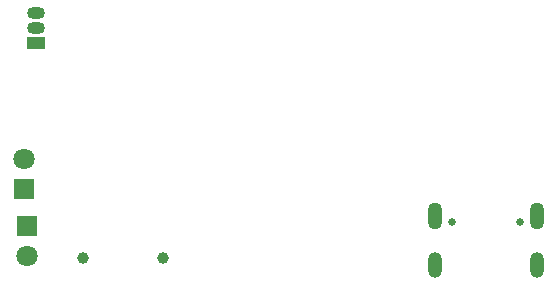
<source format=gbr>
%TF.GenerationSoftware,KiCad,Pcbnew,7.0.8*%
%TF.CreationDate,2023-10-04T18:10:58+08:00*%
%TF.ProjectId,Arsnic,4172736e-6963-42e6-9b69-6361645f7063,rev?*%
%TF.SameCoordinates,Original*%
%TF.FileFunction,Soldermask,Bot*%
%TF.FilePolarity,Negative*%
%FSLAX46Y46*%
G04 Gerber Fmt 4.6, Leading zero omitted, Abs format (unit mm)*
G04 Created by KiCad (PCBNEW 7.0.8) date 2023-10-04 18:10:58*
%MOMM*%
%LPD*%
G01*
G04 APERTURE LIST*
%ADD10C,1.000000*%
%ADD11R,1.800000X1.800000*%
%ADD12C,1.800000*%
%ADD13C,0.650000*%
%ADD14O,1.254000X2.304000*%
%ADD15O,1.204000X2.204000*%
%ADD16R,1.500000X1.050000*%
%ADD17O,1.500000X1.050000*%
G04 APERTURE END LIST*
D10*
%TO.C,S1*%
X114050000Y-138100000D03*
X107250000Y-138100000D03*
%TD*%
D11*
%TO.C,D2*%
X102250000Y-132290000D03*
D12*
X102250000Y-129750000D03*
%TD*%
D13*
%TO.C,J1*%
X138480000Y-135020000D03*
X144260000Y-135020000D03*
D14*
X137050000Y-134520000D03*
D15*
X137050000Y-138700000D03*
X145690000Y-138700000D03*
D14*
X145690000Y-134520000D03*
%TD*%
D11*
%TO.C,BT1*%
X102525000Y-135350000D03*
D12*
X102525000Y-137890000D03*
%TD*%
D16*
%TO.C,U4*%
X103250000Y-119870000D03*
D17*
X103250000Y-118600000D03*
X103250000Y-117330000D03*
%TD*%
M02*

</source>
